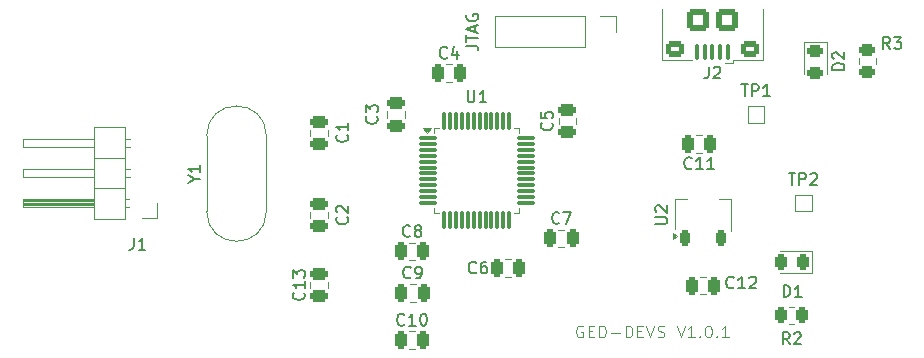
<source format=gto>
%TF.GenerationSoftware,KiCad,Pcbnew,9.0.0*%
%TF.CreationDate,2025-08-28T17:52:35+02:00*%
%TF.ProjectId,audioVisualizer_PCB,61756469-6f56-4697-9375-616c697a6572,rev?*%
%TF.SameCoordinates,Original*%
%TF.FileFunction,Legend,Top*%
%TF.FilePolarity,Positive*%
%FSLAX46Y46*%
G04 Gerber Fmt 4.6, Leading zero omitted, Abs format (unit mm)*
G04 Created by KiCad (PCBNEW 9.0.0) date 2025-08-28 17:52:35*
%MOMM*%
%LPD*%
G01*
G04 APERTURE LIST*
G04 Aperture macros list*
%AMRoundRect*
0 Rectangle with rounded corners*
0 $1 Rounding radius*
0 $2 $3 $4 $5 $6 $7 $8 $9 X,Y pos of 4 corners*
0 Add a 4 corners polygon primitive as box body*
4,1,4,$2,$3,$4,$5,$6,$7,$8,$9,$2,$3,0*
0 Add four circle primitives for the rounded corners*
1,1,$1+$1,$2,$3*
1,1,$1+$1,$4,$5*
1,1,$1+$1,$6,$7*
1,1,$1+$1,$8,$9*
0 Add four rect primitives between the rounded corners*
20,1,$1+$1,$2,$3,$4,$5,0*
20,1,$1+$1,$4,$5,$6,$7,0*
20,1,$1+$1,$6,$7,$8,$9,0*
20,1,$1+$1,$8,$9,$2,$3,0*%
%AMFreePoly0*
4,1,9,3.862500,-0.866500,0.737500,-0.866500,0.737500,-0.450000,-0.737500,-0.450000,-0.737500,0.450000,0.737500,0.450000,0.737500,0.866500,3.862500,0.866500,3.862500,-0.866500,3.862500,-0.866500,$1*%
G04 Aperture macros list end*
%ADD10C,0.100000*%
%ADD11C,0.150000*%
%ADD12C,0.120000*%
%ADD13RoundRect,0.250000X-0.250000X-0.475000X0.250000X-0.475000X0.250000X0.475000X-0.250000X0.475000X0*%
%ADD14RoundRect,0.250000X-0.475000X0.250000X-0.475000X-0.250000X0.475000X-0.250000X0.475000X0.250000X0*%
%ADD15RoundRect,0.250000X0.250000X0.475000X-0.250000X0.475000X-0.250000X-0.475000X0.250000X-0.475000X0*%
%ADD16RoundRect,0.100000X0.100000X0.575000X-0.100000X0.575000X-0.100000X-0.575000X0.100000X-0.575000X0*%
%ADD17O,0.900000X1.600000*%
%ADD18RoundRect,0.250000X0.550000X0.450000X-0.550000X0.450000X-0.550000X-0.450000X0.550000X-0.450000X0*%
%ADD19RoundRect,0.250000X0.700000X0.700000X-0.700000X0.700000X-0.700000X-0.700000X0.700000X-0.700000X0*%
%ADD20R,1.000000X1.000000*%
%ADD21R,1.700000X1.700000*%
%ADD22O,1.700000X1.700000*%
%ADD23RoundRect,0.243750X0.243750X0.456250X-0.243750X0.456250X-0.243750X-0.456250X0.243750X-0.456250X0*%
%ADD24RoundRect,0.250000X0.262500X0.450000X-0.262500X0.450000X-0.262500X-0.450000X0.262500X-0.450000X0*%
%ADD25RoundRect,0.250000X0.475000X-0.250000X0.475000X0.250000X-0.475000X0.250000X-0.475000X-0.250000X0*%
%ADD26RoundRect,0.243750X-0.456250X0.243750X-0.456250X-0.243750X0.456250X-0.243750X0.456250X0.243750X0*%
%ADD27RoundRect,0.225000X0.225000X-0.425000X0.225000X0.425000X-0.225000X0.425000X-0.225000X-0.425000X0*%
%ADD28FreePoly0,90.000000*%
%ADD29RoundRect,0.250000X0.450000X-0.262500X0.450000X0.262500X-0.450000X0.262500X-0.450000X-0.262500X0*%
%ADD30RoundRect,0.075000X-0.662500X-0.075000X0.662500X-0.075000X0.662500X0.075000X-0.662500X0.075000X0*%
%ADD31RoundRect,0.075000X-0.075000X-0.662500X0.075000X-0.662500X0.075000X0.662500X-0.075000X0.662500X0*%
%ADD32C,1.500000*%
G04 APERTURE END LIST*
D10*
X144327693Y-68920038D02*
X144232455Y-68872419D01*
X144232455Y-68872419D02*
X144089598Y-68872419D01*
X144089598Y-68872419D02*
X143946741Y-68920038D01*
X143946741Y-68920038D02*
X143851503Y-69015276D01*
X143851503Y-69015276D02*
X143803884Y-69110514D01*
X143803884Y-69110514D02*
X143756265Y-69300990D01*
X143756265Y-69300990D02*
X143756265Y-69443847D01*
X143756265Y-69443847D02*
X143803884Y-69634323D01*
X143803884Y-69634323D02*
X143851503Y-69729561D01*
X143851503Y-69729561D02*
X143946741Y-69824800D01*
X143946741Y-69824800D02*
X144089598Y-69872419D01*
X144089598Y-69872419D02*
X144184836Y-69872419D01*
X144184836Y-69872419D02*
X144327693Y-69824800D01*
X144327693Y-69824800D02*
X144375312Y-69777180D01*
X144375312Y-69777180D02*
X144375312Y-69443847D01*
X144375312Y-69443847D02*
X144184836Y-69443847D01*
X144803884Y-69348609D02*
X145137217Y-69348609D01*
X145280074Y-69872419D02*
X144803884Y-69872419D01*
X144803884Y-69872419D02*
X144803884Y-68872419D01*
X144803884Y-68872419D02*
X145280074Y-68872419D01*
X145708646Y-69872419D02*
X145708646Y-68872419D01*
X145708646Y-68872419D02*
X145946741Y-68872419D01*
X145946741Y-68872419D02*
X146089598Y-68920038D01*
X146089598Y-68920038D02*
X146184836Y-69015276D01*
X146184836Y-69015276D02*
X146232455Y-69110514D01*
X146232455Y-69110514D02*
X146280074Y-69300990D01*
X146280074Y-69300990D02*
X146280074Y-69443847D01*
X146280074Y-69443847D02*
X146232455Y-69634323D01*
X146232455Y-69634323D02*
X146184836Y-69729561D01*
X146184836Y-69729561D02*
X146089598Y-69824800D01*
X146089598Y-69824800D02*
X145946741Y-69872419D01*
X145946741Y-69872419D02*
X145708646Y-69872419D01*
X146708646Y-69491466D02*
X147470551Y-69491466D01*
X147946741Y-69872419D02*
X147946741Y-68872419D01*
X147946741Y-68872419D02*
X148184836Y-68872419D01*
X148184836Y-68872419D02*
X148327693Y-68920038D01*
X148327693Y-68920038D02*
X148422931Y-69015276D01*
X148422931Y-69015276D02*
X148470550Y-69110514D01*
X148470550Y-69110514D02*
X148518169Y-69300990D01*
X148518169Y-69300990D02*
X148518169Y-69443847D01*
X148518169Y-69443847D02*
X148470550Y-69634323D01*
X148470550Y-69634323D02*
X148422931Y-69729561D01*
X148422931Y-69729561D02*
X148327693Y-69824800D01*
X148327693Y-69824800D02*
X148184836Y-69872419D01*
X148184836Y-69872419D02*
X147946741Y-69872419D01*
X148946741Y-69348609D02*
X149280074Y-69348609D01*
X149422931Y-69872419D02*
X148946741Y-69872419D01*
X148946741Y-69872419D02*
X148946741Y-68872419D01*
X148946741Y-68872419D02*
X149422931Y-68872419D01*
X149708646Y-68872419D02*
X150041979Y-69872419D01*
X150041979Y-69872419D02*
X150375312Y-68872419D01*
X150661027Y-69824800D02*
X150803884Y-69872419D01*
X150803884Y-69872419D02*
X151041979Y-69872419D01*
X151041979Y-69872419D02*
X151137217Y-69824800D01*
X151137217Y-69824800D02*
X151184836Y-69777180D01*
X151184836Y-69777180D02*
X151232455Y-69681942D01*
X151232455Y-69681942D02*
X151232455Y-69586704D01*
X151232455Y-69586704D02*
X151184836Y-69491466D01*
X151184836Y-69491466D02*
X151137217Y-69443847D01*
X151137217Y-69443847D02*
X151041979Y-69396228D01*
X151041979Y-69396228D02*
X150851503Y-69348609D01*
X150851503Y-69348609D02*
X150756265Y-69300990D01*
X150756265Y-69300990D02*
X150708646Y-69253371D01*
X150708646Y-69253371D02*
X150661027Y-69158133D01*
X150661027Y-69158133D02*
X150661027Y-69062895D01*
X150661027Y-69062895D02*
X150708646Y-68967657D01*
X150708646Y-68967657D02*
X150756265Y-68920038D01*
X150756265Y-68920038D02*
X150851503Y-68872419D01*
X150851503Y-68872419D02*
X151089598Y-68872419D01*
X151089598Y-68872419D02*
X151232455Y-68920038D01*
X152280075Y-68872419D02*
X152613408Y-69872419D01*
X152613408Y-69872419D02*
X152946741Y-68872419D01*
X153803884Y-69872419D02*
X153232456Y-69872419D01*
X153518170Y-69872419D02*
X153518170Y-68872419D01*
X153518170Y-68872419D02*
X153422932Y-69015276D01*
X153422932Y-69015276D02*
X153327694Y-69110514D01*
X153327694Y-69110514D02*
X153232456Y-69158133D01*
X154232456Y-69777180D02*
X154280075Y-69824800D01*
X154280075Y-69824800D02*
X154232456Y-69872419D01*
X154232456Y-69872419D02*
X154184837Y-69824800D01*
X154184837Y-69824800D02*
X154232456Y-69777180D01*
X154232456Y-69777180D02*
X154232456Y-69872419D01*
X154899122Y-68872419D02*
X154994360Y-68872419D01*
X154994360Y-68872419D02*
X155089598Y-68920038D01*
X155089598Y-68920038D02*
X155137217Y-68967657D01*
X155137217Y-68967657D02*
X155184836Y-69062895D01*
X155184836Y-69062895D02*
X155232455Y-69253371D01*
X155232455Y-69253371D02*
X155232455Y-69491466D01*
X155232455Y-69491466D02*
X155184836Y-69681942D01*
X155184836Y-69681942D02*
X155137217Y-69777180D01*
X155137217Y-69777180D02*
X155089598Y-69824800D01*
X155089598Y-69824800D02*
X154994360Y-69872419D01*
X154994360Y-69872419D02*
X154899122Y-69872419D01*
X154899122Y-69872419D02*
X154803884Y-69824800D01*
X154803884Y-69824800D02*
X154756265Y-69777180D01*
X154756265Y-69777180D02*
X154708646Y-69681942D01*
X154708646Y-69681942D02*
X154661027Y-69491466D01*
X154661027Y-69491466D02*
X154661027Y-69253371D01*
X154661027Y-69253371D02*
X154708646Y-69062895D01*
X154708646Y-69062895D02*
X154756265Y-68967657D01*
X154756265Y-68967657D02*
X154803884Y-68920038D01*
X154803884Y-68920038D02*
X154899122Y-68872419D01*
X155661027Y-69777180D02*
X155708646Y-69824800D01*
X155708646Y-69824800D02*
X155661027Y-69872419D01*
X155661027Y-69872419D02*
X155613408Y-69824800D01*
X155613408Y-69824800D02*
X155661027Y-69777180D01*
X155661027Y-69777180D02*
X155661027Y-69872419D01*
X156661026Y-69872419D02*
X156089598Y-69872419D01*
X156375312Y-69872419D02*
X156375312Y-68872419D01*
X156375312Y-68872419D02*
X156280074Y-69015276D01*
X156280074Y-69015276D02*
X156184836Y-69110514D01*
X156184836Y-69110514D02*
X156089598Y-69158133D01*
D11*
X142333333Y-60179580D02*
X142285714Y-60227200D01*
X142285714Y-60227200D02*
X142142857Y-60274819D01*
X142142857Y-60274819D02*
X142047619Y-60274819D01*
X142047619Y-60274819D02*
X141904762Y-60227200D01*
X141904762Y-60227200D02*
X141809524Y-60131961D01*
X141809524Y-60131961D02*
X141761905Y-60036723D01*
X141761905Y-60036723D02*
X141714286Y-59846247D01*
X141714286Y-59846247D02*
X141714286Y-59703390D01*
X141714286Y-59703390D02*
X141761905Y-59512914D01*
X141761905Y-59512914D02*
X141809524Y-59417676D01*
X141809524Y-59417676D02*
X141904762Y-59322438D01*
X141904762Y-59322438D02*
X142047619Y-59274819D01*
X142047619Y-59274819D02*
X142142857Y-59274819D01*
X142142857Y-59274819D02*
X142285714Y-59322438D01*
X142285714Y-59322438D02*
X142333333Y-59370057D01*
X142666667Y-59274819D02*
X143333333Y-59274819D01*
X143333333Y-59274819D02*
X142904762Y-60274819D01*
X124359580Y-52716666D02*
X124407200Y-52764285D01*
X124407200Y-52764285D02*
X124454819Y-52907142D01*
X124454819Y-52907142D02*
X124454819Y-53002380D01*
X124454819Y-53002380D02*
X124407200Y-53145237D01*
X124407200Y-53145237D02*
X124311961Y-53240475D01*
X124311961Y-53240475D02*
X124216723Y-53288094D01*
X124216723Y-53288094D02*
X124026247Y-53335713D01*
X124026247Y-53335713D02*
X123883390Y-53335713D01*
X123883390Y-53335713D02*
X123692914Y-53288094D01*
X123692914Y-53288094D02*
X123597676Y-53240475D01*
X123597676Y-53240475D02*
X123502438Y-53145237D01*
X123502438Y-53145237D02*
X123454819Y-53002380D01*
X123454819Y-53002380D02*
X123454819Y-52907142D01*
X123454819Y-52907142D02*
X123502438Y-52764285D01*
X123502438Y-52764285D02*
X123550057Y-52716666D01*
X124454819Y-51764285D02*
X124454819Y-52335713D01*
X124454819Y-52049999D02*
X123454819Y-52049999D01*
X123454819Y-52049999D02*
X123597676Y-52145237D01*
X123597676Y-52145237D02*
X123692914Y-52240475D01*
X123692914Y-52240475D02*
X123740533Y-52335713D01*
X157091142Y-65637580D02*
X157043523Y-65685200D01*
X157043523Y-65685200D02*
X156900666Y-65732819D01*
X156900666Y-65732819D02*
X156805428Y-65732819D01*
X156805428Y-65732819D02*
X156662571Y-65685200D01*
X156662571Y-65685200D02*
X156567333Y-65589961D01*
X156567333Y-65589961D02*
X156519714Y-65494723D01*
X156519714Y-65494723D02*
X156472095Y-65304247D01*
X156472095Y-65304247D02*
X156472095Y-65161390D01*
X156472095Y-65161390D02*
X156519714Y-64970914D01*
X156519714Y-64970914D02*
X156567333Y-64875676D01*
X156567333Y-64875676D02*
X156662571Y-64780438D01*
X156662571Y-64780438D02*
X156805428Y-64732819D01*
X156805428Y-64732819D02*
X156900666Y-64732819D01*
X156900666Y-64732819D02*
X157043523Y-64780438D01*
X157043523Y-64780438D02*
X157091142Y-64828057D01*
X158043523Y-65732819D02*
X157472095Y-65732819D01*
X157757809Y-65732819D02*
X157757809Y-64732819D01*
X157757809Y-64732819D02*
X157662571Y-64875676D01*
X157662571Y-64875676D02*
X157567333Y-64970914D01*
X157567333Y-64970914D02*
X157472095Y-65018533D01*
X158424476Y-64828057D02*
X158472095Y-64780438D01*
X158472095Y-64780438D02*
X158567333Y-64732819D01*
X158567333Y-64732819D02*
X158805428Y-64732819D01*
X158805428Y-64732819D02*
X158900666Y-64780438D01*
X158900666Y-64780438D02*
X158948285Y-64828057D01*
X158948285Y-64828057D02*
X158995904Y-64923295D01*
X158995904Y-64923295D02*
X158995904Y-65018533D01*
X158995904Y-65018533D02*
X158948285Y-65161390D01*
X158948285Y-65161390D02*
X158376857Y-65732819D01*
X158376857Y-65732819D02*
X158995904Y-65732819D01*
X154966666Y-46954819D02*
X154966666Y-47669104D01*
X154966666Y-47669104D02*
X154919047Y-47811961D01*
X154919047Y-47811961D02*
X154823809Y-47907200D01*
X154823809Y-47907200D02*
X154680952Y-47954819D01*
X154680952Y-47954819D02*
X154585714Y-47954819D01*
X155395238Y-47050057D02*
X155442857Y-47002438D01*
X155442857Y-47002438D02*
X155538095Y-46954819D01*
X155538095Y-46954819D02*
X155776190Y-46954819D01*
X155776190Y-46954819D02*
X155871428Y-47002438D01*
X155871428Y-47002438D02*
X155919047Y-47050057D01*
X155919047Y-47050057D02*
X155966666Y-47145295D01*
X155966666Y-47145295D02*
X155966666Y-47240533D01*
X155966666Y-47240533D02*
X155919047Y-47383390D01*
X155919047Y-47383390D02*
X155347619Y-47954819D01*
X155347619Y-47954819D02*
X155966666Y-47954819D01*
X157738095Y-48454819D02*
X158309523Y-48454819D01*
X158023809Y-49454819D02*
X158023809Y-48454819D01*
X158642857Y-49454819D02*
X158642857Y-48454819D01*
X158642857Y-48454819D02*
X159023809Y-48454819D01*
X159023809Y-48454819D02*
X159119047Y-48502438D01*
X159119047Y-48502438D02*
X159166666Y-48550057D01*
X159166666Y-48550057D02*
X159214285Y-48645295D01*
X159214285Y-48645295D02*
X159214285Y-48788152D01*
X159214285Y-48788152D02*
X159166666Y-48883390D01*
X159166666Y-48883390D02*
X159119047Y-48931009D01*
X159119047Y-48931009D02*
X159023809Y-48978628D01*
X159023809Y-48978628D02*
X158642857Y-48978628D01*
X160166666Y-49454819D02*
X159595238Y-49454819D01*
X159880952Y-49454819D02*
X159880952Y-48454819D01*
X159880952Y-48454819D02*
X159785714Y-48597676D01*
X159785714Y-48597676D02*
X159690476Y-48692914D01*
X159690476Y-48692914D02*
X159595238Y-48740533D01*
X106291666Y-61454819D02*
X106291666Y-62169104D01*
X106291666Y-62169104D02*
X106244047Y-62311961D01*
X106244047Y-62311961D02*
X106148809Y-62407200D01*
X106148809Y-62407200D02*
X106005952Y-62454819D01*
X106005952Y-62454819D02*
X105910714Y-62454819D01*
X107291666Y-62454819D02*
X106720238Y-62454819D01*
X107005952Y-62454819D02*
X107005952Y-61454819D01*
X107005952Y-61454819D02*
X106910714Y-61597676D01*
X106910714Y-61597676D02*
X106815476Y-61692914D01*
X106815476Y-61692914D02*
X106720238Y-61740533D01*
X134454819Y-45166666D02*
X135169104Y-45166666D01*
X135169104Y-45166666D02*
X135311961Y-45214285D01*
X135311961Y-45214285D02*
X135407200Y-45309523D01*
X135407200Y-45309523D02*
X135454819Y-45452380D01*
X135454819Y-45452380D02*
X135454819Y-45547618D01*
X134454819Y-44833332D02*
X134454819Y-44261904D01*
X135454819Y-44547618D02*
X134454819Y-44547618D01*
X135169104Y-43976189D02*
X135169104Y-43499999D01*
X135454819Y-44071427D02*
X134454819Y-43738094D01*
X134454819Y-43738094D02*
X135454819Y-43404761D01*
X134502438Y-42547618D02*
X134454819Y-42642856D01*
X134454819Y-42642856D02*
X134454819Y-42785713D01*
X134454819Y-42785713D02*
X134502438Y-42928570D01*
X134502438Y-42928570D02*
X134597676Y-43023808D01*
X134597676Y-43023808D02*
X134692914Y-43071427D01*
X134692914Y-43071427D02*
X134883390Y-43119046D01*
X134883390Y-43119046D02*
X135026247Y-43119046D01*
X135026247Y-43119046D02*
X135216723Y-43071427D01*
X135216723Y-43071427D02*
X135311961Y-43023808D01*
X135311961Y-43023808D02*
X135407200Y-42928570D01*
X135407200Y-42928570D02*
X135454819Y-42785713D01*
X135454819Y-42785713D02*
X135454819Y-42690475D01*
X135454819Y-42690475D02*
X135407200Y-42547618D01*
X135407200Y-42547618D02*
X135359580Y-42499999D01*
X135359580Y-42499999D02*
X135026247Y-42499999D01*
X135026247Y-42499999D02*
X135026247Y-42690475D01*
X135283333Y-64359580D02*
X135235714Y-64407200D01*
X135235714Y-64407200D02*
X135092857Y-64454819D01*
X135092857Y-64454819D02*
X134997619Y-64454819D01*
X134997619Y-64454819D02*
X134854762Y-64407200D01*
X134854762Y-64407200D02*
X134759524Y-64311961D01*
X134759524Y-64311961D02*
X134711905Y-64216723D01*
X134711905Y-64216723D02*
X134664286Y-64026247D01*
X134664286Y-64026247D02*
X134664286Y-63883390D01*
X134664286Y-63883390D02*
X134711905Y-63692914D01*
X134711905Y-63692914D02*
X134759524Y-63597676D01*
X134759524Y-63597676D02*
X134854762Y-63502438D01*
X134854762Y-63502438D02*
X134997619Y-63454819D01*
X134997619Y-63454819D02*
X135092857Y-63454819D01*
X135092857Y-63454819D02*
X135235714Y-63502438D01*
X135235714Y-63502438D02*
X135283333Y-63550057D01*
X136140476Y-63454819D02*
X135950000Y-63454819D01*
X135950000Y-63454819D02*
X135854762Y-63502438D01*
X135854762Y-63502438D02*
X135807143Y-63550057D01*
X135807143Y-63550057D02*
X135711905Y-63692914D01*
X135711905Y-63692914D02*
X135664286Y-63883390D01*
X135664286Y-63883390D02*
X135664286Y-64264342D01*
X135664286Y-64264342D02*
X135711905Y-64359580D01*
X135711905Y-64359580D02*
X135759524Y-64407200D01*
X135759524Y-64407200D02*
X135854762Y-64454819D01*
X135854762Y-64454819D02*
X136045238Y-64454819D01*
X136045238Y-64454819D02*
X136140476Y-64407200D01*
X136140476Y-64407200D02*
X136188095Y-64359580D01*
X136188095Y-64359580D02*
X136235714Y-64264342D01*
X136235714Y-64264342D02*
X136235714Y-64026247D01*
X136235714Y-64026247D02*
X136188095Y-63931009D01*
X136188095Y-63931009D02*
X136140476Y-63883390D01*
X136140476Y-63883390D02*
X136045238Y-63835771D01*
X136045238Y-63835771D02*
X135854762Y-63835771D01*
X135854762Y-63835771D02*
X135759524Y-63883390D01*
X135759524Y-63883390D02*
X135711905Y-63931009D01*
X135711905Y-63931009D02*
X135664286Y-64026247D01*
X161313905Y-66454819D02*
X161313905Y-65454819D01*
X161313905Y-65454819D02*
X161552000Y-65454819D01*
X161552000Y-65454819D02*
X161694857Y-65502438D01*
X161694857Y-65502438D02*
X161790095Y-65597676D01*
X161790095Y-65597676D02*
X161837714Y-65692914D01*
X161837714Y-65692914D02*
X161885333Y-65883390D01*
X161885333Y-65883390D02*
X161885333Y-66026247D01*
X161885333Y-66026247D02*
X161837714Y-66216723D01*
X161837714Y-66216723D02*
X161790095Y-66311961D01*
X161790095Y-66311961D02*
X161694857Y-66407200D01*
X161694857Y-66407200D02*
X161552000Y-66454819D01*
X161552000Y-66454819D02*
X161313905Y-66454819D01*
X162837714Y-66454819D02*
X162266286Y-66454819D01*
X162552000Y-66454819D02*
X162552000Y-65454819D01*
X162552000Y-65454819D02*
X162456762Y-65597676D01*
X162456762Y-65597676D02*
X162361524Y-65692914D01*
X162361524Y-65692914D02*
X162266286Y-65740533D01*
X161833333Y-70454819D02*
X161500000Y-69978628D01*
X161261905Y-70454819D02*
X161261905Y-69454819D01*
X161261905Y-69454819D02*
X161642857Y-69454819D01*
X161642857Y-69454819D02*
X161738095Y-69502438D01*
X161738095Y-69502438D02*
X161785714Y-69550057D01*
X161785714Y-69550057D02*
X161833333Y-69645295D01*
X161833333Y-69645295D02*
X161833333Y-69788152D01*
X161833333Y-69788152D02*
X161785714Y-69883390D01*
X161785714Y-69883390D02*
X161738095Y-69931009D01*
X161738095Y-69931009D02*
X161642857Y-69978628D01*
X161642857Y-69978628D02*
X161261905Y-69978628D01*
X162214286Y-69550057D02*
X162261905Y-69502438D01*
X162261905Y-69502438D02*
X162357143Y-69454819D01*
X162357143Y-69454819D02*
X162595238Y-69454819D01*
X162595238Y-69454819D02*
X162690476Y-69502438D01*
X162690476Y-69502438D02*
X162738095Y-69550057D01*
X162738095Y-69550057D02*
X162785714Y-69645295D01*
X162785714Y-69645295D02*
X162785714Y-69740533D01*
X162785714Y-69740533D02*
X162738095Y-69883390D01*
X162738095Y-69883390D02*
X162166667Y-70454819D01*
X162166667Y-70454819D02*
X162785714Y-70454819D01*
X132833333Y-46179580D02*
X132785714Y-46227200D01*
X132785714Y-46227200D02*
X132642857Y-46274819D01*
X132642857Y-46274819D02*
X132547619Y-46274819D01*
X132547619Y-46274819D02*
X132404762Y-46227200D01*
X132404762Y-46227200D02*
X132309524Y-46131961D01*
X132309524Y-46131961D02*
X132261905Y-46036723D01*
X132261905Y-46036723D02*
X132214286Y-45846247D01*
X132214286Y-45846247D02*
X132214286Y-45703390D01*
X132214286Y-45703390D02*
X132261905Y-45512914D01*
X132261905Y-45512914D02*
X132309524Y-45417676D01*
X132309524Y-45417676D02*
X132404762Y-45322438D01*
X132404762Y-45322438D02*
X132547619Y-45274819D01*
X132547619Y-45274819D02*
X132642857Y-45274819D01*
X132642857Y-45274819D02*
X132785714Y-45322438D01*
X132785714Y-45322438D02*
X132833333Y-45370057D01*
X133690476Y-45608152D02*
X133690476Y-46274819D01*
X133452381Y-45227200D02*
X133214286Y-45941485D01*
X133214286Y-45941485D02*
X133833333Y-45941485D01*
X120679580Y-66092857D02*
X120727200Y-66140476D01*
X120727200Y-66140476D02*
X120774819Y-66283333D01*
X120774819Y-66283333D02*
X120774819Y-66378571D01*
X120774819Y-66378571D02*
X120727200Y-66521428D01*
X120727200Y-66521428D02*
X120631961Y-66616666D01*
X120631961Y-66616666D02*
X120536723Y-66664285D01*
X120536723Y-66664285D02*
X120346247Y-66711904D01*
X120346247Y-66711904D02*
X120203390Y-66711904D01*
X120203390Y-66711904D02*
X120012914Y-66664285D01*
X120012914Y-66664285D02*
X119917676Y-66616666D01*
X119917676Y-66616666D02*
X119822438Y-66521428D01*
X119822438Y-66521428D02*
X119774819Y-66378571D01*
X119774819Y-66378571D02*
X119774819Y-66283333D01*
X119774819Y-66283333D02*
X119822438Y-66140476D01*
X119822438Y-66140476D02*
X119870057Y-66092857D01*
X120774819Y-65140476D02*
X120774819Y-65711904D01*
X120774819Y-65426190D02*
X119774819Y-65426190D01*
X119774819Y-65426190D02*
X119917676Y-65521428D01*
X119917676Y-65521428D02*
X120012914Y-65616666D01*
X120012914Y-65616666D02*
X120060533Y-65711904D01*
X119774819Y-64807142D02*
X119774819Y-64188095D01*
X119774819Y-64188095D02*
X120155771Y-64521428D01*
X120155771Y-64521428D02*
X120155771Y-64378571D01*
X120155771Y-64378571D02*
X120203390Y-64283333D01*
X120203390Y-64283333D02*
X120251009Y-64235714D01*
X120251009Y-64235714D02*
X120346247Y-64188095D01*
X120346247Y-64188095D02*
X120584342Y-64188095D01*
X120584342Y-64188095D02*
X120679580Y-64235714D01*
X120679580Y-64235714D02*
X120727200Y-64283333D01*
X120727200Y-64283333D02*
X120774819Y-64378571D01*
X120774819Y-64378571D02*
X120774819Y-64664285D01*
X120774819Y-64664285D02*
X120727200Y-64759523D01*
X120727200Y-64759523D02*
X120679580Y-64807142D01*
X129217142Y-68783580D02*
X129169523Y-68831200D01*
X129169523Y-68831200D02*
X129026666Y-68878819D01*
X129026666Y-68878819D02*
X128931428Y-68878819D01*
X128931428Y-68878819D02*
X128788571Y-68831200D01*
X128788571Y-68831200D02*
X128693333Y-68735961D01*
X128693333Y-68735961D02*
X128645714Y-68640723D01*
X128645714Y-68640723D02*
X128598095Y-68450247D01*
X128598095Y-68450247D02*
X128598095Y-68307390D01*
X128598095Y-68307390D02*
X128645714Y-68116914D01*
X128645714Y-68116914D02*
X128693333Y-68021676D01*
X128693333Y-68021676D02*
X128788571Y-67926438D01*
X128788571Y-67926438D02*
X128931428Y-67878819D01*
X128931428Y-67878819D02*
X129026666Y-67878819D01*
X129026666Y-67878819D02*
X129169523Y-67926438D01*
X129169523Y-67926438D02*
X129217142Y-67974057D01*
X130169523Y-68878819D02*
X129598095Y-68878819D01*
X129883809Y-68878819D02*
X129883809Y-67878819D01*
X129883809Y-67878819D02*
X129788571Y-68021676D01*
X129788571Y-68021676D02*
X129693333Y-68116914D01*
X129693333Y-68116914D02*
X129598095Y-68164533D01*
X130788571Y-67878819D02*
X130883809Y-67878819D01*
X130883809Y-67878819D02*
X130979047Y-67926438D01*
X130979047Y-67926438D02*
X131026666Y-67974057D01*
X131026666Y-67974057D02*
X131074285Y-68069295D01*
X131074285Y-68069295D02*
X131121904Y-68259771D01*
X131121904Y-68259771D02*
X131121904Y-68497866D01*
X131121904Y-68497866D02*
X131074285Y-68688342D01*
X131074285Y-68688342D02*
X131026666Y-68783580D01*
X131026666Y-68783580D02*
X130979047Y-68831200D01*
X130979047Y-68831200D02*
X130883809Y-68878819D01*
X130883809Y-68878819D02*
X130788571Y-68878819D01*
X130788571Y-68878819D02*
X130693333Y-68831200D01*
X130693333Y-68831200D02*
X130645714Y-68783580D01*
X130645714Y-68783580D02*
X130598095Y-68688342D01*
X130598095Y-68688342D02*
X130550476Y-68497866D01*
X130550476Y-68497866D02*
X130550476Y-68259771D01*
X130550476Y-68259771D02*
X130598095Y-68069295D01*
X130598095Y-68069295D02*
X130645714Y-67974057D01*
X130645714Y-67974057D02*
X130693333Y-67926438D01*
X130693333Y-67926438D02*
X130788571Y-67878819D01*
X129693333Y-61283580D02*
X129645714Y-61331200D01*
X129645714Y-61331200D02*
X129502857Y-61378819D01*
X129502857Y-61378819D02*
X129407619Y-61378819D01*
X129407619Y-61378819D02*
X129264762Y-61331200D01*
X129264762Y-61331200D02*
X129169524Y-61235961D01*
X129169524Y-61235961D02*
X129121905Y-61140723D01*
X129121905Y-61140723D02*
X129074286Y-60950247D01*
X129074286Y-60950247D02*
X129074286Y-60807390D01*
X129074286Y-60807390D02*
X129121905Y-60616914D01*
X129121905Y-60616914D02*
X129169524Y-60521676D01*
X129169524Y-60521676D02*
X129264762Y-60426438D01*
X129264762Y-60426438D02*
X129407619Y-60378819D01*
X129407619Y-60378819D02*
X129502857Y-60378819D01*
X129502857Y-60378819D02*
X129645714Y-60426438D01*
X129645714Y-60426438D02*
X129693333Y-60474057D01*
X130264762Y-60807390D02*
X130169524Y-60759771D01*
X130169524Y-60759771D02*
X130121905Y-60712152D01*
X130121905Y-60712152D02*
X130074286Y-60616914D01*
X130074286Y-60616914D02*
X130074286Y-60569295D01*
X130074286Y-60569295D02*
X130121905Y-60474057D01*
X130121905Y-60474057D02*
X130169524Y-60426438D01*
X130169524Y-60426438D02*
X130264762Y-60378819D01*
X130264762Y-60378819D02*
X130455238Y-60378819D01*
X130455238Y-60378819D02*
X130550476Y-60426438D01*
X130550476Y-60426438D02*
X130598095Y-60474057D01*
X130598095Y-60474057D02*
X130645714Y-60569295D01*
X130645714Y-60569295D02*
X130645714Y-60616914D01*
X130645714Y-60616914D02*
X130598095Y-60712152D01*
X130598095Y-60712152D02*
X130550476Y-60759771D01*
X130550476Y-60759771D02*
X130455238Y-60807390D01*
X130455238Y-60807390D02*
X130264762Y-60807390D01*
X130264762Y-60807390D02*
X130169524Y-60855009D01*
X130169524Y-60855009D02*
X130121905Y-60902628D01*
X130121905Y-60902628D02*
X130074286Y-60997866D01*
X130074286Y-60997866D02*
X130074286Y-61188342D01*
X130074286Y-61188342D02*
X130121905Y-61283580D01*
X130121905Y-61283580D02*
X130169524Y-61331200D01*
X130169524Y-61331200D02*
X130264762Y-61378819D01*
X130264762Y-61378819D02*
X130455238Y-61378819D01*
X130455238Y-61378819D02*
X130550476Y-61331200D01*
X130550476Y-61331200D02*
X130598095Y-61283580D01*
X130598095Y-61283580D02*
X130645714Y-61188342D01*
X130645714Y-61188342D02*
X130645714Y-60997866D01*
X130645714Y-60997866D02*
X130598095Y-60902628D01*
X130598095Y-60902628D02*
X130550476Y-60855009D01*
X130550476Y-60855009D02*
X130455238Y-60807390D01*
X166454819Y-47238094D02*
X165454819Y-47238094D01*
X165454819Y-47238094D02*
X165454819Y-46999999D01*
X165454819Y-46999999D02*
X165502438Y-46857142D01*
X165502438Y-46857142D02*
X165597676Y-46761904D01*
X165597676Y-46761904D02*
X165692914Y-46714285D01*
X165692914Y-46714285D02*
X165883390Y-46666666D01*
X165883390Y-46666666D02*
X166026247Y-46666666D01*
X166026247Y-46666666D02*
X166216723Y-46714285D01*
X166216723Y-46714285D02*
X166311961Y-46761904D01*
X166311961Y-46761904D02*
X166407200Y-46857142D01*
X166407200Y-46857142D02*
X166454819Y-46999999D01*
X166454819Y-46999999D02*
X166454819Y-47238094D01*
X165550057Y-46285713D02*
X165502438Y-46238094D01*
X165502438Y-46238094D02*
X165454819Y-46142856D01*
X165454819Y-46142856D02*
X165454819Y-45904761D01*
X165454819Y-45904761D02*
X165502438Y-45809523D01*
X165502438Y-45809523D02*
X165550057Y-45761904D01*
X165550057Y-45761904D02*
X165645295Y-45714285D01*
X165645295Y-45714285D02*
X165740533Y-45714285D01*
X165740533Y-45714285D02*
X165883390Y-45761904D01*
X165883390Y-45761904D02*
X166454819Y-46333332D01*
X166454819Y-46333332D02*
X166454819Y-45714285D01*
X150454819Y-60261904D02*
X151264342Y-60261904D01*
X151264342Y-60261904D02*
X151359580Y-60214285D01*
X151359580Y-60214285D02*
X151407200Y-60166666D01*
X151407200Y-60166666D02*
X151454819Y-60071428D01*
X151454819Y-60071428D02*
X151454819Y-59880952D01*
X151454819Y-59880952D02*
X151407200Y-59785714D01*
X151407200Y-59785714D02*
X151359580Y-59738095D01*
X151359580Y-59738095D02*
X151264342Y-59690476D01*
X151264342Y-59690476D02*
X150454819Y-59690476D01*
X150550057Y-59261904D02*
X150502438Y-59214285D01*
X150502438Y-59214285D02*
X150454819Y-59119047D01*
X150454819Y-59119047D02*
X150454819Y-58880952D01*
X150454819Y-58880952D02*
X150502438Y-58785714D01*
X150502438Y-58785714D02*
X150550057Y-58738095D01*
X150550057Y-58738095D02*
X150645295Y-58690476D01*
X150645295Y-58690476D02*
X150740533Y-58690476D01*
X150740533Y-58690476D02*
X150883390Y-58738095D01*
X150883390Y-58738095D02*
X151454819Y-59309523D01*
X151454819Y-59309523D02*
X151454819Y-58690476D01*
X170333333Y-45454819D02*
X170000000Y-44978628D01*
X169761905Y-45454819D02*
X169761905Y-44454819D01*
X169761905Y-44454819D02*
X170142857Y-44454819D01*
X170142857Y-44454819D02*
X170238095Y-44502438D01*
X170238095Y-44502438D02*
X170285714Y-44550057D01*
X170285714Y-44550057D02*
X170333333Y-44645295D01*
X170333333Y-44645295D02*
X170333333Y-44788152D01*
X170333333Y-44788152D02*
X170285714Y-44883390D01*
X170285714Y-44883390D02*
X170238095Y-44931009D01*
X170238095Y-44931009D02*
X170142857Y-44978628D01*
X170142857Y-44978628D02*
X169761905Y-44978628D01*
X170666667Y-44454819D02*
X171285714Y-44454819D01*
X171285714Y-44454819D02*
X170952381Y-44835771D01*
X170952381Y-44835771D02*
X171095238Y-44835771D01*
X171095238Y-44835771D02*
X171190476Y-44883390D01*
X171190476Y-44883390D02*
X171238095Y-44931009D01*
X171238095Y-44931009D02*
X171285714Y-45026247D01*
X171285714Y-45026247D02*
X171285714Y-45264342D01*
X171285714Y-45264342D02*
X171238095Y-45359580D01*
X171238095Y-45359580D02*
X171190476Y-45407200D01*
X171190476Y-45407200D02*
X171095238Y-45454819D01*
X171095238Y-45454819D02*
X170809524Y-45454819D01*
X170809524Y-45454819D02*
X170714286Y-45407200D01*
X170714286Y-45407200D02*
X170666667Y-45359580D01*
X134575595Y-48954819D02*
X134575595Y-49764342D01*
X134575595Y-49764342D02*
X134623214Y-49859580D01*
X134623214Y-49859580D02*
X134670833Y-49907200D01*
X134670833Y-49907200D02*
X134766071Y-49954819D01*
X134766071Y-49954819D02*
X134956547Y-49954819D01*
X134956547Y-49954819D02*
X135051785Y-49907200D01*
X135051785Y-49907200D02*
X135099404Y-49859580D01*
X135099404Y-49859580D02*
X135147023Y-49764342D01*
X135147023Y-49764342D02*
X135147023Y-48954819D01*
X136147023Y-49954819D02*
X135575595Y-49954819D01*
X135861309Y-49954819D02*
X135861309Y-48954819D01*
X135861309Y-48954819D02*
X135766071Y-49097676D01*
X135766071Y-49097676D02*
X135670833Y-49192914D01*
X135670833Y-49192914D02*
X135575595Y-49240533D01*
X161738095Y-55954819D02*
X162309523Y-55954819D01*
X162023809Y-56954819D02*
X162023809Y-55954819D01*
X162642857Y-56954819D02*
X162642857Y-55954819D01*
X162642857Y-55954819D02*
X163023809Y-55954819D01*
X163023809Y-55954819D02*
X163119047Y-56002438D01*
X163119047Y-56002438D02*
X163166666Y-56050057D01*
X163166666Y-56050057D02*
X163214285Y-56145295D01*
X163214285Y-56145295D02*
X163214285Y-56288152D01*
X163214285Y-56288152D02*
X163166666Y-56383390D01*
X163166666Y-56383390D02*
X163119047Y-56431009D01*
X163119047Y-56431009D02*
X163023809Y-56478628D01*
X163023809Y-56478628D02*
X162642857Y-56478628D01*
X163595238Y-56050057D02*
X163642857Y-56002438D01*
X163642857Y-56002438D02*
X163738095Y-55954819D01*
X163738095Y-55954819D02*
X163976190Y-55954819D01*
X163976190Y-55954819D02*
X164071428Y-56002438D01*
X164071428Y-56002438D02*
X164119047Y-56050057D01*
X164119047Y-56050057D02*
X164166666Y-56145295D01*
X164166666Y-56145295D02*
X164166666Y-56240533D01*
X164166666Y-56240533D02*
X164119047Y-56383390D01*
X164119047Y-56383390D02*
X163547619Y-56954819D01*
X163547619Y-56954819D02*
X164166666Y-56954819D01*
X129743333Y-64783580D02*
X129695714Y-64831200D01*
X129695714Y-64831200D02*
X129552857Y-64878819D01*
X129552857Y-64878819D02*
X129457619Y-64878819D01*
X129457619Y-64878819D02*
X129314762Y-64831200D01*
X129314762Y-64831200D02*
X129219524Y-64735961D01*
X129219524Y-64735961D02*
X129171905Y-64640723D01*
X129171905Y-64640723D02*
X129124286Y-64450247D01*
X129124286Y-64450247D02*
X129124286Y-64307390D01*
X129124286Y-64307390D02*
X129171905Y-64116914D01*
X129171905Y-64116914D02*
X129219524Y-64021676D01*
X129219524Y-64021676D02*
X129314762Y-63926438D01*
X129314762Y-63926438D02*
X129457619Y-63878819D01*
X129457619Y-63878819D02*
X129552857Y-63878819D01*
X129552857Y-63878819D02*
X129695714Y-63926438D01*
X129695714Y-63926438D02*
X129743333Y-63974057D01*
X130219524Y-64878819D02*
X130410000Y-64878819D01*
X130410000Y-64878819D02*
X130505238Y-64831200D01*
X130505238Y-64831200D02*
X130552857Y-64783580D01*
X130552857Y-64783580D02*
X130648095Y-64640723D01*
X130648095Y-64640723D02*
X130695714Y-64450247D01*
X130695714Y-64450247D02*
X130695714Y-64069295D01*
X130695714Y-64069295D02*
X130648095Y-63974057D01*
X130648095Y-63974057D02*
X130600476Y-63926438D01*
X130600476Y-63926438D02*
X130505238Y-63878819D01*
X130505238Y-63878819D02*
X130314762Y-63878819D01*
X130314762Y-63878819D02*
X130219524Y-63926438D01*
X130219524Y-63926438D02*
X130171905Y-63974057D01*
X130171905Y-63974057D02*
X130124286Y-64069295D01*
X130124286Y-64069295D02*
X130124286Y-64307390D01*
X130124286Y-64307390D02*
X130171905Y-64402628D01*
X130171905Y-64402628D02*
X130219524Y-64450247D01*
X130219524Y-64450247D02*
X130314762Y-64497866D01*
X130314762Y-64497866D02*
X130505238Y-64497866D01*
X130505238Y-64497866D02*
X130600476Y-64450247D01*
X130600476Y-64450247D02*
X130648095Y-64402628D01*
X130648095Y-64402628D02*
X130695714Y-64307390D01*
X111453628Y-56486190D02*
X111929819Y-56486190D01*
X110929819Y-56819523D02*
X111453628Y-56486190D01*
X111453628Y-56486190D02*
X110929819Y-56152857D01*
X111929819Y-55295714D02*
X111929819Y-55867142D01*
X111929819Y-55581428D02*
X110929819Y-55581428D01*
X110929819Y-55581428D02*
X111072676Y-55676666D01*
X111072676Y-55676666D02*
X111167914Y-55771904D01*
X111167914Y-55771904D02*
X111215533Y-55867142D01*
X126859580Y-51166666D02*
X126907200Y-51214285D01*
X126907200Y-51214285D02*
X126954819Y-51357142D01*
X126954819Y-51357142D02*
X126954819Y-51452380D01*
X126954819Y-51452380D02*
X126907200Y-51595237D01*
X126907200Y-51595237D02*
X126811961Y-51690475D01*
X126811961Y-51690475D02*
X126716723Y-51738094D01*
X126716723Y-51738094D02*
X126526247Y-51785713D01*
X126526247Y-51785713D02*
X126383390Y-51785713D01*
X126383390Y-51785713D02*
X126192914Y-51738094D01*
X126192914Y-51738094D02*
X126097676Y-51690475D01*
X126097676Y-51690475D02*
X126002438Y-51595237D01*
X126002438Y-51595237D02*
X125954819Y-51452380D01*
X125954819Y-51452380D02*
X125954819Y-51357142D01*
X125954819Y-51357142D02*
X126002438Y-51214285D01*
X126002438Y-51214285D02*
X126050057Y-51166666D01*
X125954819Y-50833332D02*
X125954819Y-50214285D01*
X125954819Y-50214285D02*
X126335771Y-50547618D01*
X126335771Y-50547618D02*
X126335771Y-50404761D01*
X126335771Y-50404761D02*
X126383390Y-50309523D01*
X126383390Y-50309523D02*
X126431009Y-50261904D01*
X126431009Y-50261904D02*
X126526247Y-50214285D01*
X126526247Y-50214285D02*
X126764342Y-50214285D01*
X126764342Y-50214285D02*
X126859580Y-50261904D01*
X126859580Y-50261904D02*
X126907200Y-50309523D01*
X126907200Y-50309523D02*
X126954819Y-50404761D01*
X126954819Y-50404761D02*
X126954819Y-50690475D01*
X126954819Y-50690475D02*
X126907200Y-50785713D01*
X126907200Y-50785713D02*
X126859580Y-50833332D01*
X141679580Y-51716666D02*
X141727200Y-51764285D01*
X141727200Y-51764285D02*
X141774819Y-51907142D01*
X141774819Y-51907142D02*
X141774819Y-52002380D01*
X141774819Y-52002380D02*
X141727200Y-52145237D01*
X141727200Y-52145237D02*
X141631961Y-52240475D01*
X141631961Y-52240475D02*
X141536723Y-52288094D01*
X141536723Y-52288094D02*
X141346247Y-52335713D01*
X141346247Y-52335713D02*
X141203390Y-52335713D01*
X141203390Y-52335713D02*
X141012914Y-52288094D01*
X141012914Y-52288094D02*
X140917676Y-52240475D01*
X140917676Y-52240475D02*
X140822438Y-52145237D01*
X140822438Y-52145237D02*
X140774819Y-52002380D01*
X140774819Y-52002380D02*
X140774819Y-51907142D01*
X140774819Y-51907142D02*
X140822438Y-51764285D01*
X140822438Y-51764285D02*
X140870057Y-51716666D01*
X140774819Y-50811904D02*
X140774819Y-51288094D01*
X140774819Y-51288094D02*
X141251009Y-51335713D01*
X141251009Y-51335713D02*
X141203390Y-51288094D01*
X141203390Y-51288094D02*
X141155771Y-51192856D01*
X141155771Y-51192856D02*
X141155771Y-50954761D01*
X141155771Y-50954761D02*
X141203390Y-50859523D01*
X141203390Y-50859523D02*
X141251009Y-50811904D01*
X141251009Y-50811904D02*
X141346247Y-50764285D01*
X141346247Y-50764285D02*
X141584342Y-50764285D01*
X141584342Y-50764285D02*
X141679580Y-50811904D01*
X141679580Y-50811904D02*
X141727200Y-50859523D01*
X141727200Y-50859523D02*
X141774819Y-50954761D01*
X141774819Y-50954761D02*
X141774819Y-51192856D01*
X141774819Y-51192856D02*
X141727200Y-51288094D01*
X141727200Y-51288094D02*
X141679580Y-51335713D01*
X124359580Y-59666666D02*
X124407200Y-59714285D01*
X124407200Y-59714285D02*
X124454819Y-59857142D01*
X124454819Y-59857142D02*
X124454819Y-59952380D01*
X124454819Y-59952380D02*
X124407200Y-60095237D01*
X124407200Y-60095237D02*
X124311961Y-60190475D01*
X124311961Y-60190475D02*
X124216723Y-60238094D01*
X124216723Y-60238094D02*
X124026247Y-60285713D01*
X124026247Y-60285713D02*
X123883390Y-60285713D01*
X123883390Y-60285713D02*
X123692914Y-60238094D01*
X123692914Y-60238094D02*
X123597676Y-60190475D01*
X123597676Y-60190475D02*
X123502438Y-60095237D01*
X123502438Y-60095237D02*
X123454819Y-59952380D01*
X123454819Y-59952380D02*
X123454819Y-59857142D01*
X123454819Y-59857142D02*
X123502438Y-59714285D01*
X123502438Y-59714285D02*
X123550057Y-59666666D01*
X123550057Y-59285713D02*
X123502438Y-59238094D01*
X123502438Y-59238094D02*
X123454819Y-59142856D01*
X123454819Y-59142856D02*
X123454819Y-58904761D01*
X123454819Y-58904761D02*
X123502438Y-58809523D01*
X123502438Y-58809523D02*
X123550057Y-58761904D01*
X123550057Y-58761904D02*
X123645295Y-58714285D01*
X123645295Y-58714285D02*
X123740533Y-58714285D01*
X123740533Y-58714285D02*
X123883390Y-58761904D01*
X123883390Y-58761904D02*
X124454819Y-59333332D01*
X124454819Y-59333332D02*
X124454819Y-58714285D01*
X153535142Y-55539580D02*
X153487523Y-55587200D01*
X153487523Y-55587200D02*
X153344666Y-55634819D01*
X153344666Y-55634819D02*
X153249428Y-55634819D01*
X153249428Y-55634819D02*
X153106571Y-55587200D01*
X153106571Y-55587200D02*
X153011333Y-55491961D01*
X153011333Y-55491961D02*
X152963714Y-55396723D01*
X152963714Y-55396723D02*
X152916095Y-55206247D01*
X152916095Y-55206247D02*
X152916095Y-55063390D01*
X152916095Y-55063390D02*
X152963714Y-54872914D01*
X152963714Y-54872914D02*
X153011333Y-54777676D01*
X153011333Y-54777676D02*
X153106571Y-54682438D01*
X153106571Y-54682438D02*
X153249428Y-54634819D01*
X153249428Y-54634819D02*
X153344666Y-54634819D01*
X153344666Y-54634819D02*
X153487523Y-54682438D01*
X153487523Y-54682438D02*
X153535142Y-54730057D01*
X154487523Y-55634819D02*
X153916095Y-55634819D01*
X154201809Y-55634819D02*
X154201809Y-54634819D01*
X154201809Y-54634819D02*
X154106571Y-54777676D01*
X154106571Y-54777676D02*
X154011333Y-54872914D01*
X154011333Y-54872914D02*
X153916095Y-54920533D01*
X155439904Y-55634819D02*
X154868476Y-55634819D01*
X155154190Y-55634819D02*
X155154190Y-54634819D01*
X155154190Y-54634819D02*
X155058952Y-54777676D01*
X155058952Y-54777676D02*
X154963714Y-54872914D01*
X154963714Y-54872914D02*
X154868476Y-54920533D01*
D12*
%TO.C,C7*%
X142238748Y-60765000D02*
X142761252Y-60765000D01*
X142238748Y-62235000D02*
X142761252Y-62235000D01*
%TO.C,C1*%
X121265000Y-52288748D02*
X121265000Y-52811252D01*
X122735000Y-52288748D02*
X122735000Y-52811252D01*
%TO.C,C12*%
X154761252Y-64765000D02*
X154238748Y-64765000D01*
X154761252Y-66235000D02*
X154238748Y-66235000D01*
%TO.C,J2*%
X151040000Y-46410000D02*
X151040000Y-42050000D01*
X153540000Y-46410000D02*
X151040000Y-46410000D01*
X156400000Y-46610000D02*
X157060000Y-46610000D01*
X157060000Y-46410000D02*
X157060000Y-46610000D01*
X159560000Y-46410000D02*
X157060000Y-46410000D01*
X159560000Y-46410000D02*
X159560000Y-42050000D01*
%TO.C,TP1*%
X158300000Y-50300000D02*
X159700000Y-50300000D01*
X158300000Y-51700000D02*
X158300000Y-50300000D01*
X159700000Y-50300000D02*
X159700000Y-51700000D01*
X159700000Y-51700000D02*
X158300000Y-51700000D01*
%TO.C,J1*%
X96900000Y-53040000D02*
X102900000Y-53040000D01*
X96900000Y-53800000D02*
X96900000Y-53040000D01*
X96900000Y-55580000D02*
X102900000Y-55580000D01*
X96900000Y-56340000D02*
X96900000Y-55580000D01*
X96900000Y-58120000D02*
X102900000Y-58120000D01*
X96900000Y-58880000D02*
X96900000Y-58120000D01*
X102900000Y-52090000D02*
X102900000Y-59830000D01*
X102900000Y-53800000D02*
X96900000Y-53800000D01*
X102900000Y-56340000D02*
X96900000Y-56340000D01*
X102900000Y-58220000D02*
X96900000Y-58220000D01*
X102900000Y-58340000D02*
X96900000Y-58340000D01*
X102900000Y-58460000D02*
X96900000Y-58460000D01*
X102900000Y-58580000D02*
X96900000Y-58580000D01*
X102900000Y-58700000D02*
X96900000Y-58700000D01*
X102900000Y-58820000D02*
X96900000Y-58820000D01*
X102900000Y-58880000D02*
X96900000Y-58880000D01*
X102900000Y-59830000D02*
X105560000Y-59830000D01*
X105560000Y-52090000D02*
X102900000Y-52090000D01*
X105560000Y-54690000D02*
X102900000Y-54690000D01*
X105560000Y-57230000D02*
X102900000Y-57230000D01*
X105560000Y-59830000D02*
X105560000Y-52090000D01*
X105890000Y-58120000D02*
X105560000Y-58120000D01*
X105890000Y-58880000D02*
X105560000Y-58880000D01*
X105957071Y-53040000D02*
X105560000Y-53040000D01*
X105957071Y-53800000D02*
X105560000Y-53800000D01*
X105957071Y-55580000D02*
X105560000Y-55580000D01*
X105957071Y-56340000D02*
X105560000Y-56340000D01*
X108270000Y-58500000D02*
X108270000Y-59770000D01*
X108270000Y-59770000D02*
X107000000Y-59770000D01*
%TO.C,JTAG*%
X136850000Y-42670000D02*
X136850000Y-45330000D01*
X144530000Y-42670000D02*
X136850000Y-42670000D01*
X144530000Y-42670000D02*
X144530000Y-45330000D01*
X144530000Y-45330000D02*
X136850000Y-45330000D01*
X145800000Y-42670000D02*
X147130000Y-42670000D01*
X147130000Y-42670000D02*
X147130000Y-44000000D01*
%TO.C,C6*%
X138261252Y-63265000D02*
X137738748Y-63265000D01*
X138261252Y-64735000D02*
X137738748Y-64735000D01*
%TO.C,D1*%
X161052000Y-64460000D02*
X163737000Y-64460000D01*
X163737000Y-62540000D02*
X161052000Y-62540000D01*
X163737000Y-64460000D02*
X163737000Y-62540000D01*
%TO.C,R2*%
X162227064Y-67265000D02*
X161772936Y-67265000D01*
X162227064Y-68735000D02*
X161772936Y-68735000D01*
%TO.C,C4*%
X132738748Y-46765000D02*
X133261252Y-46765000D01*
X132738748Y-48235000D02*
X133261252Y-48235000D01*
%TO.C,C13*%
X121265000Y-65711252D02*
X121265000Y-65188748D01*
X122735000Y-65711252D02*
X122735000Y-65188748D01*
%TO.C,C10*%
X129598748Y-69369000D02*
X130121252Y-69369000D01*
X129598748Y-70839000D02*
X130121252Y-70839000D01*
%TO.C,C8*%
X129598748Y-61869000D02*
X130121252Y-61869000D01*
X129598748Y-63339000D02*
X130121252Y-63339000D01*
%TO.C,D2*%
X163040000Y-44877500D02*
X163040000Y-47562500D01*
X164960000Y-44877500D02*
X163040000Y-44877500D01*
X164960000Y-47562500D02*
X164960000Y-44877500D01*
%TO.C,U2*%
X152140000Y-60720000D02*
X152140000Y-58140000D01*
X153120000Y-58140000D02*
X152140000Y-58140000D01*
X155880000Y-58140000D02*
X156860000Y-58140000D01*
X156860000Y-58140000D02*
X156860000Y-60860000D01*
X152290000Y-61270000D02*
X151960000Y-61510000D01*
X151960000Y-61030000D01*
X152290000Y-61270000D01*
G36*
X152290000Y-61270000D02*
G01*
X151960000Y-61510000D01*
X151960000Y-61030000D01*
X152290000Y-61270000D01*
G37*
%TO.C,R3*%
X167667000Y-46709064D02*
X167667000Y-46254936D01*
X169137000Y-46709064D02*
X169137000Y-46254936D01*
%TO.C,U1*%
X131727500Y-52140000D02*
X131727500Y-52590000D01*
X131727500Y-59360000D02*
X131727500Y-58910000D01*
X132177500Y-52140000D02*
X131727500Y-52140000D01*
X132177500Y-59360000D02*
X131727500Y-59360000D01*
X138497500Y-52140000D02*
X138947500Y-52140000D01*
X138497500Y-59360000D02*
X138947500Y-59360000D01*
X138947500Y-52140000D02*
X138947500Y-52590000D01*
X138947500Y-59360000D02*
X138947500Y-58910000D01*
X131137500Y-52590000D02*
X130797500Y-52120000D01*
X131477500Y-52120000D01*
X131137500Y-52590000D01*
G36*
X131137500Y-52590000D02*
G01*
X130797500Y-52120000D01*
X131477500Y-52120000D01*
X131137500Y-52590000D01*
G37*
%TO.C,TP2*%
X162300000Y-57800000D02*
X163700000Y-57800000D01*
X162300000Y-59200000D02*
X162300000Y-57800000D01*
X163700000Y-57800000D02*
X163700000Y-59200000D01*
X163700000Y-59200000D02*
X162300000Y-59200000D01*
%TO.C,C9*%
X129648748Y-65369000D02*
X130171252Y-65369000D01*
X129648748Y-66839000D02*
X130171252Y-66839000D01*
%TO.C,Y1*%
X112475000Y-59210000D02*
X112475000Y-52810000D01*
X117525000Y-59210000D02*
X117525000Y-52810000D01*
X112475000Y-52810000D02*
G75*
G02*
X117525000Y-52810000I2525000J0D01*
G01*
X117525000Y-59210000D02*
G75*
G02*
X112475000Y-59210000I-2525000J0D01*
G01*
%TO.C,C3*%
X127765000Y-51261252D02*
X127765000Y-50738748D01*
X129235000Y-51261252D02*
X129235000Y-50738748D01*
%TO.C,C5*%
X142265000Y-51811252D02*
X142265000Y-51288748D01*
X143735000Y-51811252D02*
X143735000Y-51288748D01*
%TO.C,C2*%
X121265000Y-59238748D02*
X121265000Y-59761252D01*
X122735000Y-59238748D02*
X122735000Y-59761252D01*
%TO.C,C11*%
X154439252Y-52765000D02*
X153916748Y-52765000D01*
X154439252Y-54235000D02*
X153916748Y-54235000D01*
%TD*%
%LPC*%
D13*
%TO.C,C7*%
X141550000Y-61500000D03*
X143450000Y-61500000D03*
%TD*%
D14*
%TO.C,C1*%
X122000000Y-51600000D03*
X122000000Y-53500000D03*
%TD*%
D15*
%TO.C,C12*%
X155450000Y-65500000D03*
X153550000Y-65500000D03*
%TD*%
D16*
%TO.C,J2*%
X156600000Y-45675000D03*
X155950000Y-45675000D03*
X155300000Y-45675000D03*
X154650000Y-45675000D03*
X154000000Y-45675000D03*
D17*
X158600000Y-43000000D03*
D18*
X158500000Y-45450000D03*
D19*
X156500000Y-43000000D03*
X154100000Y-43000000D03*
D18*
X152100000Y-45450000D03*
D17*
X152000000Y-43000000D03*
%TD*%
D20*
%TO.C,TP1*%
X159000000Y-51000000D03*
%TD*%
D21*
%TO.C,J1*%
X107000000Y-58500000D03*
D22*
X107000000Y-55960000D03*
X107000000Y-53420000D03*
%TD*%
D21*
%TO.C,JTAG*%
X145800000Y-44000000D03*
D22*
X143260000Y-44000000D03*
X140720000Y-44000000D03*
X138180000Y-44000000D03*
%TD*%
D15*
%TO.C,C6*%
X138950000Y-64000000D03*
X137050000Y-64000000D03*
%TD*%
D23*
%TO.C,D1*%
X162989500Y-63500000D03*
X161114500Y-63500000D03*
%TD*%
D24*
%TO.C,R2*%
X162912500Y-68000000D03*
X161087500Y-68000000D03*
%TD*%
D13*
%TO.C,C4*%
X132050000Y-47500000D03*
X133950000Y-47500000D03*
%TD*%
D25*
%TO.C,C13*%
X122000000Y-66400000D03*
X122000000Y-64500000D03*
%TD*%
D13*
%TO.C,C10*%
X128910000Y-70104000D03*
X130810000Y-70104000D03*
%TD*%
%TO.C,C8*%
X128910000Y-62604000D03*
X130810000Y-62604000D03*
%TD*%
D26*
%TO.C,D2*%
X164000000Y-45625000D03*
X164000000Y-47500000D03*
%TD*%
D27*
%TO.C,U2*%
X153000000Y-61450000D03*
D28*
X154500000Y-61362500D03*
D27*
X156000000Y-61450000D03*
%TD*%
D29*
%TO.C,R3*%
X168402000Y-47394500D03*
X168402000Y-45569500D03*
%TD*%
D30*
%TO.C,U1*%
X131175000Y-53000000D03*
X131175000Y-53500000D03*
X131175000Y-54000000D03*
X131175000Y-54500000D03*
X131175000Y-55000000D03*
X131175000Y-55500000D03*
X131175000Y-56000000D03*
X131175000Y-56500000D03*
X131175000Y-57000000D03*
X131175000Y-57500000D03*
X131175000Y-58000000D03*
X131175000Y-58500000D03*
D31*
X132587500Y-59912500D03*
X133087500Y-59912500D03*
X133587500Y-59912500D03*
X134087500Y-59912500D03*
X134587500Y-59912500D03*
X135087500Y-59912500D03*
X135587500Y-59912500D03*
X136087500Y-59912500D03*
X136587500Y-59912500D03*
X137087500Y-59912500D03*
X137587500Y-59912500D03*
X138087500Y-59912500D03*
D30*
X139500000Y-58500000D03*
X139500000Y-58000000D03*
X139500000Y-57500000D03*
X139500000Y-57000000D03*
X139500000Y-56500000D03*
X139500000Y-56000000D03*
X139500000Y-55500000D03*
X139500000Y-55000000D03*
X139500000Y-54500000D03*
X139500000Y-54000000D03*
X139500000Y-53500000D03*
X139500000Y-53000000D03*
D31*
X138087500Y-51587500D03*
X137587500Y-51587500D03*
X137087500Y-51587500D03*
X136587500Y-51587500D03*
X136087500Y-51587500D03*
X135587500Y-51587500D03*
X135087500Y-51587500D03*
X134587500Y-51587500D03*
X134087500Y-51587500D03*
X133587500Y-51587500D03*
X133087500Y-51587500D03*
X132587500Y-51587500D03*
%TD*%
D20*
%TO.C,TP2*%
X163000000Y-58500000D03*
%TD*%
D13*
%TO.C,C9*%
X128960000Y-66104000D03*
X130860000Y-66104000D03*
%TD*%
D32*
%TO.C,Y1*%
X115000000Y-58450000D03*
X115000000Y-53570000D03*
%TD*%
D25*
%TO.C,C3*%
X128500000Y-51950000D03*
X128500000Y-50050000D03*
%TD*%
%TO.C,C5*%
X143000000Y-52500000D03*
X143000000Y-50600000D03*
%TD*%
D14*
%TO.C,C2*%
X122000000Y-58550000D03*
X122000000Y-60450000D03*
%TD*%
D15*
%TO.C,C11*%
X155128000Y-53500000D03*
X153228000Y-53500000D03*
%TD*%
D21*
%TO.C,J3*%
X172000000Y-59000000D03*
D22*
X172000000Y-56460000D03*
X172000000Y-53920000D03*
X172000000Y-51380000D03*
X172000000Y-48840000D03*
%TD*%
%LPD*%
M02*

</source>
